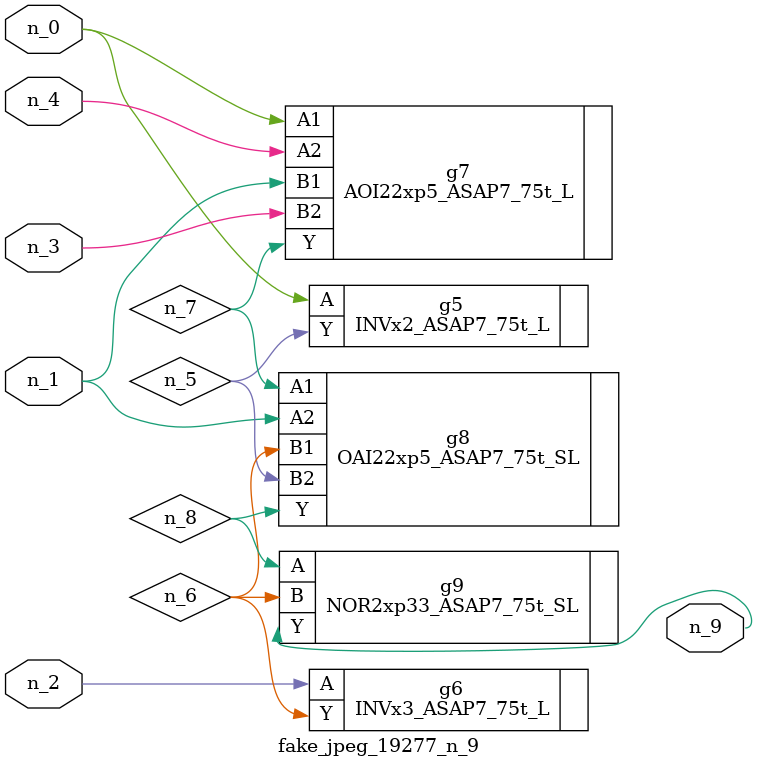
<source format=v>
module fake_jpeg_19277_n_9 (n_3, n_2, n_1, n_0, n_4, n_9);

input n_3;
input n_2;
input n_1;
input n_0;
input n_4;

output n_9;

wire n_8;
wire n_6;
wire n_5;
wire n_7;

INVx2_ASAP7_75t_L g5 ( 
.A(n_0),
.Y(n_5)
);

INVx3_ASAP7_75t_L g6 ( 
.A(n_2),
.Y(n_6)
);

AOI22xp5_ASAP7_75t_L g7 ( 
.A1(n_0),
.A2(n_4),
.B1(n_1),
.B2(n_3),
.Y(n_7)
);

OAI22xp5_ASAP7_75t_SL g8 ( 
.A1(n_7),
.A2(n_1),
.B1(n_6),
.B2(n_5),
.Y(n_8)
);

NOR2xp33_ASAP7_75t_SL g9 ( 
.A(n_8),
.B(n_6),
.Y(n_9)
);


endmodule
</source>
